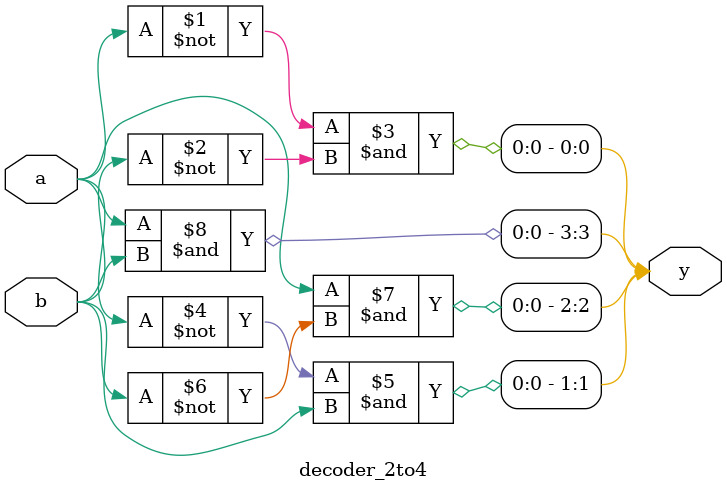
<source format=v>

module decoder_2to4(a,b,y);
 input a,b;
 output [3:0]y;
 assign y[0] = ~a&~b;
 assign y[1] = ~a&b;
 assign y[2] = a&~b;
 assign y[3] = a&b;
endmodule
</source>
